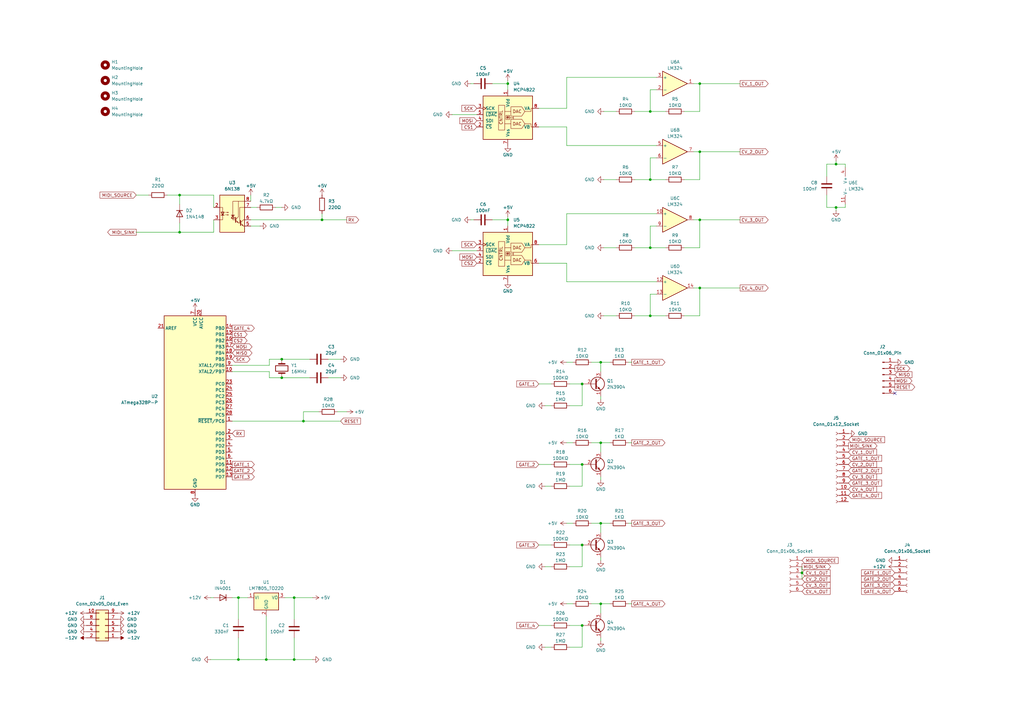
<source format=kicad_sch>
(kicad_sch (version 20231120) (generator "eeschema") (generator_version "8.0")
  (paper "A3")
  (junction (at 115.57 147.32))
  (junction (at 328.93 234.95))
  (junction (at 238.76 190.5))
  (junction (at 97.79 270.51))
  (junction (at 238.76 223.52))
  (junction (at 342.9 67.31))
  (junction (at 73.66 95.25))
  (junction (at 287.02 118.11))
  (junction (at 287.02 62.23))
  (junction (at 109.22 270.51))
  (junction (at 266.7 101.6))
  (junction (at 238.76 157.48))
  (junction (at 120.65 245.11))
  (junction (at 73.66 80.01))
  (junction (at 246.38 148.59))
  (junction (at 246.38 181.61))
  (junction (at 115.57 154.94))
  (junction (at 266.7 45.72))
  (junction (at 124.46 172.72))
  (junction (at 208.28 34.29))
  (junction (at 246.38 247.65))
  (junction (at 266.7 73.66))
  (junction (at 120.65 270.51))
  (junction (at 208.28 90.17))
  (junction (at 132.08 90.17))
  (junction (at 238.76 256.54))
  (junction (at 97.79 245.11))
  (junction (at 287.02 34.29))
  (junction (at 266.7 129.54))
  (junction (at 342.9 85.09))
  (junction (at 287.02 90.17))
  (junction (at 246.38 214.63))
  (no_connect (at 367.03 161.29))
  (wire (pts (xy 280.67 101.6) (xy 287.02 101.6)))
  (wire (pts (xy 110.49 152.4) (xy 110.49 154.94)))
  (wire (pts (xy 120.65 254) (xy 120.65 245.11)))
  (wire (pts (xy 238.76 190.5) (xy 238.76 199.39)))
  (wire (pts (xy 259.08 214.63) (xy 257.81 214.63)))
  (wire (pts (xy 242.57 214.63) (xy 246.38 214.63)))
  (wire (pts (xy 346.71 83.82) (xy 346.71 85.09)))
  (wire (pts (xy 232.41 214.63) (xy 234.95 214.63)))
  (wire (pts (xy 246.38 247.65) (xy 250.19 247.65)))
  (wire (pts (xy 185.42 46.99) (xy 195.58 46.99)))
  (wire (pts (xy 269.24 92.71) (xy 266.7 92.71)))
  (wire (pts (xy 233.68 157.48) (xy 238.76 157.48)))
  (wire (pts (xy 238.76 223.52) (xy 238.76 232.41)))
  (wire (pts (xy 232.41 31.75) (xy 269.24 31.75)))
  (wire (pts (xy 242.57 148.59) (xy 246.38 148.59)))
  (wire (pts (xy 339.09 72.39) (xy 339.09 67.31)))
  (wire (pts (xy 220.98 256.54) (xy 226.06 256.54)))
  (wire (pts (xy 232.41 87.63) (xy 269.24 87.63)))
  (wire (pts (xy 185.42 102.87) (xy 195.58 102.87)))
  (wire (pts (xy 138.43 168.91) (xy 142.24 168.91)))
  (wire (pts (xy 287.02 62.23) (xy 303.53 62.23)))
  (wire (pts (xy 124.46 172.72) (xy 95.25 172.72)))
  (wire (pts (xy 233.68 190.5) (xy 238.76 190.5)))
  (wire (pts (xy 55.88 95.25) (xy 73.66 95.25)))
  (wire (pts (xy 284.48 118.11) (xy 287.02 118.11)))
  (wire (pts (xy 246.38 181.61) (xy 246.38 185.42)))
  (wire (pts (xy 115.57 147.32) (xy 127 147.32)))
  (wire (pts (xy 208.28 88.9) (xy 208.28 90.17)))
  (wire (pts (xy 287.02 129.54) (xy 287.02 118.11)))
  (wire (pts (xy 232.41 44.45) (xy 232.41 31.75)))
  (wire (pts (xy 68.58 80.01) (xy 73.66 80.01)))
  (wire (pts (xy 247.65 73.66) (xy 252.73 73.66)))
  (wire (pts (xy 238.76 232.41) (xy 233.68 232.41)))
  (wire (pts (xy 110.49 154.94) (xy 115.57 154.94)))
  (wire (pts (xy 242.57 181.61) (xy 246.38 181.61)))
  (wire (pts (xy 328.93 237.49) (xy 328.93 234.95)))
  (wire (pts (xy 246.38 181.61) (xy 250.19 181.61)))
  (wire (pts (xy 238.76 199.39) (xy 233.68 199.39)))
  (wire (pts (xy 232.41 148.59) (xy 234.95 148.59)))
  (wire (pts (xy 266.7 45.72) (xy 273.05 45.72)))
  (wire (pts (xy 233.68 223.52) (xy 238.76 223.52)))
  (wire (pts (xy 232.41 52.07) (xy 232.41 59.69)))
  (wire (pts (xy 132.08 90.17) (xy 142.24 90.17)))
  (wire (pts (xy 102.87 92.71) (xy 106.68 92.71)))
  (wire (pts (xy 109.22 252.73) (xy 109.22 270.51)))
  (wire (pts (xy 259.08 181.61) (xy 257.81 181.61)))
  (wire (pts (xy 266.7 101.6) (xy 273.05 101.6)))
  (wire (pts (xy 339.09 85.09) (xy 342.9 85.09)))
  (wire (pts (xy 233.68 256.54) (xy 238.76 256.54)))
  (wire (pts (xy 342.9 67.31) (xy 346.71 67.31)))
  (wire (pts (xy 287.02 73.66) (xy 287.02 62.23)))
  (wire (pts (xy 220.98 107.95) (xy 232.41 107.95)))
  (wire (pts (xy 109.22 270.51) (xy 120.65 270.51)))
  (wire (pts (xy 287.02 118.11) (xy 303.53 118.11)))
  (wire (pts (xy 269.24 120.65) (xy 266.7 120.65)))
  (wire (pts (xy 259.08 148.59) (xy 257.81 148.59)))
  (wire (pts (xy 232.41 59.69) (xy 269.24 59.69)))
  (wire (pts (xy 269.24 36.83) (xy 266.7 36.83)))
  (wire (pts (xy 95.25 245.11) (xy 97.79 245.11)))
  (wire (pts (xy 139.7 172.72) (xy 124.46 172.72)))
  (wire (pts (xy 193.04 34.29) (xy 194.31 34.29)))
  (wire (pts (xy 280.67 45.72) (xy 287.02 45.72)))
  (wire (pts (xy 266.7 36.83) (xy 266.7 45.72)))
  (wire (pts (xy 86.36 245.11) (xy 87.63 245.11)))
  (wire (pts (xy 55.88 80.01) (xy 60.96 80.01)))
  (wire (pts (xy 223.52 232.41) (xy 226.06 232.41)))
  (wire (pts (xy 346.71 67.31) (xy 346.71 68.58)))
  (wire (pts (xy 246.38 195.58) (xy 246.38 196.85)))
  (wire (pts (xy 328.93 234.95) (xy 328.93 232.41)))
  (wire (pts (xy 280.67 73.66) (xy 287.02 73.66)))
  (wire (pts (xy 208.28 34.29) (xy 208.28 36.83)))
  (wire (pts (xy 223.52 265.43) (xy 226.06 265.43)))
  (wire (pts (xy 246.38 148.59) (xy 246.38 152.4)))
  (wire (pts (xy 134.62 147.32) (xy 139.7 147.32)))
  (wire (pts (xy 284.48 90.17) (xy 287.02 90.17)))
  (wire (pts (xy 120.65 245.11) (xy 128.27 245.11)))
  (wire (pts (xy 110.49 149.86) (xy 95.25 149.86)))
  (wire (pts (xy 102.87 80.01) (xy 102.87 82.55)))
  (wire (pts (xy 238.76 166.37) (xy 233.68 166.37)))
  (wire (pts (xy 220.98 223.52) (xy 226.06 223.52)))
  (wire (pts (xy 220.98 52.07) (xy 232.41 52.07)))
  (wire (pts (xy 208.28 33.02) (xy 208.28 34.29)))
  (wire (pts (xy 246.38 247.65) (xy 246.38 251.46)))
  (wire (pts (xy 247.65 101.6) (xy 252.73 101.6)))
  (wire (pts (xy 339.09 67.31) (xy 342.9 67.31)))
  (wire (pts (xy 95.25 152.4) (xy 110.49 152.4)))
  (wire (pts (xy 201.93 34.29) (xy 208.28 34.29)))
  (wire (pts (xy 238.76 157.48) (xy 238.76 166.37)))
  (wire (pts (xy 266.7 92.71) (xy 266.7 101.6)))
  (wire (pts (xy 97.79 270.51) (xy 109.22 270.51)))
  (wire (pts (xy 246.38 228.6) (xy 246.38 229.87)))
  (wire (pts (xy 284.48 34.29) (xy 287.02 34.29)))
  (wire (pts (xy 120.65 270.51) (xy 128.27 270.51)))
  (wire (pts (xy 220.98 44.45) (xy 232.41 44.45)))
  (wire (pts (xy 266.7 64.77) (xy 266.7 73.66)))
  (wire (pts (xy 284.48 62.23) (xy 287.02 62.23)))
  (wire (pts (xy 73.66 91.44) (xy 73.66 95.25)))
  (wire (pts (xy 280.67 129.54) (xy 287.02 129.54)))
  (wire (pts (xy 269.24 64.77) (xy 266.7 64.77)))
  (wire (pts (xy 242.57 247.65) (xy 246.38 247.65)))
  (wire (pts (xy 260.35 73.66) (xy 266.7 73.66)))
  (wire (pts (xy 97.79 261.62) (xy 97.79 270.51)))
  (wire (pts (xy 116.84 245.11) (xy 120.65 245.11)))
  (wire (pts (xy 287.02 45.72) (xy 287.02 34.29)))
  (wire (pts (xy 260.35 129.54) (xy 266.7 129.54)))
  (wire (pts (xy 110.49 147.32) (xy 115.57 147.32)))
  (wire (pts (xy 246.38 261.62) (xy 246.38 262.89)))
  (wire (pts (xy 220.98 157.48) (xy 226.06 157.48)))
  (wire (pts (xy 97.79 254) (xy 97.79 245.11)))
  (wire (pts (xy 120.65 261.62) (xy 120.65 270.51)))
  (wire (pts (xy 208.28 90.17) (xy 208.28 92.71)))
  (wire (pts (xy 287.02 34.29) (xy 303.53 34.29)))
  (wire (pts (xy 86.36 270.51) (xy 97.79 270.51)))
  (wire (pts (xy 339.09 80.01) (xy 339.09 85.09)))
  (wire (pts (xy 110.49 147.32) (xy 110.49 149.86)))
  (wire (pts (xy 101.6 245.11) (xy 97.79 245.11)))
  (wire (pts (xy 220.98 190.5) (xy 226.06 190.5)))
  (wire (pts (xy 232.41 100.33) (xy 232.41 87.63)))
  (wire (pts (xy 246.38 148.59) (xy 250.19 148.59)))
  (wire (pts (xy 73.66 95.25) (xy 87.63 95.25)))
  (wire (pts (xy 342.9 85.09) (xy 346.71 85.09)))
  (wire (pts (xy 132.08 87.63) (xy 132.08 90.17)))
  (wire (pts (xy 115.57 154.94) (xy 127 154.94)))
  (wire (pts (xy 223.52 199.39) (xy 226.06 199.39)))
  (wire (pts (xy 260.35 101.6) (xy 266.7 101.6)))
  (wire (pts (xy 232.41 115.57) (xy 269.24 115.57)))
  (wire (pts (xy 246.38 214.63) (xy 250.19 214.63)))
  (wire (pts (xy 246.38 214.63) (xy 246.38 218.44)))
  (wire (pts (xy 223.52 166.37) (xy 226.06 166.37)))
  (wire (pts (xy 102.87 85.09) (xy 105.41 85.09)))
  (wire (pts (xy 87.63 80.01) (xy 87.63 85.09)))
  (wire (pts (xy 124.46 168.91) (xy 130.81 168.91)))
  (wire (pts (xy 266.7 73.66) (xy 273.05 73.66)))
  (wire (pts (xy 247.65 45.72) (xy 252.73 45.72)))
  (wire (pts (xy 113.03 85.09) (xy 115.57 85.09)))
  (wire (pts (xy 73.66 80.01) (xy 73.66 83.82)))
  (wire (pts (xy 259.08 247.65) (xy 257.81 247.65)))
  (wire (pts (xy 232.41 107.95) (xy 232.41 115.57)))
  (wire (pts (xy 201.93 90.17) (xy 208.28 90.17)))
  (wire (pts (xy 260.35 45.72) (xy 266.7 45.72)))
  (wire (pts (xy 134.62 154.94) (xy 139.7 154.94)))
  (wire (pts (xy 287.02 101.6) (xy 287.02 90.17)))
  (wire (pts (xy 220.98 100.33) (xy 232.41 100.33)))
  (wire (pts (xy 73.66 80.01) (xy 87.63 80.01)))
  (wire (pts (xy 247.65 129.54) (xy 252.73 129.54)))
  (wire (pts (xy 193.04 90.17) (xy 194.31 90.17)))
  (wire (pts (xy 246.38 162.56) (xy 246.38 163.83)))
  (wire (pts (xy 102.87 90.17) (xy 132.08 90.17)))
  (wire (pts (xy 238.76 256.54) (xy 238.76 265.43)))
  (wire (pts (xy 232.41 247.65) (xy 234.95 247.65)))
  (wire (pts (xy 342.9 66.04) (xy 342.9 67.31)))
  (wire (pts (xy 287.02 90.17) (xy 303.53 90.17)))
  (wire (pts (xy 238.76 265.43) (xy 233.68 265.43)))
  (wire (pts (xy 87.63 95.25) (xy 87.63 90.17)))
  (wire (pts (xy 124.46 168.91) (xy 124.46 172.72)))
  (wire (pts (xy 342.9 86.36) (xy 342.9 85.09)))
  (wire (pts (xy 266.7 120.65) (xy 266.7 129.54)))
  (wire (pts (xy 232.41 181.61) (xy 234.95 181.61)))
  (wire (pts (xy 266.7 129.54) (xy 273.05 129.54)))
  (global_label "SCK" (shape input) (at 195.58 44.45 180) (property "Intersheetrefs" "${INTERSHEET_REFS}" (effects (hide yes))))
  (global_label "GATE_2" (shape input) (at 220.98 190.5 180) (property "Intersheetrefs" "${INTERSHEET_REFS}" (effects (hide yes))))
  (global_label "GATE_3" (shape output) (at 95.25 195.58 0) (property "Intersheetrefs" "${INTERSHEET_REFS}" (effects (hide yes))))
  (global_label "MISO" (shape bidirectional) (at 95.25 144.78 0) (property "Intersheetrefs" "${INTERSHEET_REFS}" (effects (hide yes))))
  (global_label "MIDI_SOURCE" (shape input) (at 328.93 229.87 0) (property "Intersheetrefs" "${INTERSHEET_REFS}" (effects (hide yes))))
  (global_label "CV_2_OUT" (shape input) (at 328.93 237.49 0) (property "Intersheetrefs" "${INTERSHEET_REFS}" (effects (hide yes))))
  (global_label "CV_4_OUT" (shape input) (at 347.98 200.66 0) (property "Intersheetrefs" "${INTERSHEET_REFS}" (effects (hide yes))))
  (global_label "GATE_4_OUT" (shape input) (at 367.03 242.57 180) (property "Intersheetrefs" "${INTERSHEET_REFS}" (effects (hide yes))))
  (global_label "GATE_1" (shape input) (at 220.98 157.48 180) (property "Intersheetrefs" "${INTERSHEET_REFS}" (effects (hide yes))))
  (global_label "GATE_4_OUT" (shape output) (at 259.08 247.65 0) (property "Intersheetrefs" "${INTERSHEET_REFS}" (effects (hide yes))))
  (global_label "CS2" (shape output) (at 95.25 139.7 0) (property "Intersheetrefs" "${INTERSHEET_REFS}" (effects (hide yes))))
  (global_label "GATE_3_OUT" (shape input) (at 347.98 198.12 0) (property "Intersheetrefs" "${INTERSHEET_REFS}" (effects (hide yes))))
  (global_label "GATE_1" (shape output) (at 95.25 190.5 0) (property "Intersheetrefs" "${INTERSHEET_REFS}" (effects (hide yes))))
  (global_label "SCK" (shape input) (at 195.58 100.33 180) (property "Intersheetrefs" "${INTERSHEET_REFS}" (effects (hide yes))))
  (global_label "GATE_2_OUT" (shape output) (at 259.08 181.61 0) (property "Intersheetrefs" "${INTERSHEET_REFS}" (effects (hide yes))))
  (global_label "CV_3_OUT" (shape input) (at 347.98 195.58 0) (property "Intersheetrefs" "${INTERSHEET_REFS}" (effects (hide yes))))
  (global_label "MIDI_SINK" (shape output) (at 55.88 95.25 180) (property "Intersheetrefs" "${INTERSHEET_REFS}" (effects (hide yes))))
  (global_label "GATE_4" (shape output) (at 95.25 134.62 0) (property "Intersheetrefs" "${INTERSHEET_REFS}" (effects (hide yes))))
  (global_label "RESET" (shape output) (at 367.03 158.75 0) (property "Intersheetrefs" "${INTERSHEET_REFS}" (effects (hide yes))))
  (global_label "MIDI_SINK" (shape output) (at 347.98 182.88 0) (property "Intersheetrefs" "${INTERSHEET_REFS}" (effects (hide yes))))
  (global_label "MOSI" (shape input) (at 195.58 49.53 180) (property "Intersheetrefs" "${INTERSHEET_REFS}" (effects (hide yes))))
  (global_label "CS1" (shape output) (at 95.25 137.16 0) (property "Intersheetrefs" "${INTERSHEET_REFS}" (effects (hide yes))))
  (global_label "GATE_1_OUT" (shape input) (at 347.98 187.96 0) (property "Intersheetrefs" "${INTERSHEET_REFS}" (effects (hide yes))))
  (global_label "CV_2_OUT" (shape input) (at 347.98 190.5 0) (property "Intersheetrefs" "${INTERSHEET_REFS}" (effects (hide yes))))
  (global_label "GATE_2_OUT" (shape input) (at 367.03 237.49 180) (property "Intersheetrefs" "${INTERSHEET_REFS}" (effects (hide yes))))
  (global_label "RX" (shape input) (at 95.25 177.8 0) (property "Intersheetrefs" "${INTERSHEET_REFS}" (effects (hide yes))))
  (global_label "CV_4_OUT" (shape input) (at 328.93 242.57 0) (property "Intersheetrefs" "${INTERSHEET_REFS}" (effects (hide yes))))
  (global_label "GATE_2" (shape output) (at 95.25 193.04 0) (property "Intersheetrefs" "${INTERSHEET_REFS}" (effects (hide yes))))
  (global_label "GATE_3_OUT" (shape input) (at 367.03 240.03 180) (property "Intersheetrefs" "${INTERSHEET_REFS}" (effects (hide yes))))
  (global_label "CS1" (shape input) (at 195.58 52.07 180) (property "Intersheetrefs" "${INTERSHEET_REFS}" (effects (hide yes))))
  (global_label "MISO" (shape input) (at 367.03 153.67 0) (property "Intersheetrefs" "${INTERSHEET_REFS}" (effects (hide yes))))
  (global_label "CV_4_OUT" (shape output) (at 303.53 118.11 0) (property "Intersheetrefs" "${INTERSHEET_REFS}" (effects (hide yes))))
  (global_label "MIDI_SOURCE" (shape input) (at 55.88 80.01 180) (property "Intersheetrefs" "${INTERSHEET_REFS}" (effects (hide yes))))
  (global_label "CV_1_OUT" (shape output) (at 303.53 34.29 0) (property "Intersheetrefs" "${INTERSHEET_REFS}" (effects (hide yes))))
  (global_label "GATE_2_OUT" (shape input) (at 347.98 193.04 0) (property "Intersheetrefs" "${INTERSHEET_REFS}" (effects (hide yes))))
  (global_label "CV_3_OUT" (shape output) (at 303.53 90.17 0) (property "Intersheetrefs" "${INTERSHEET_REFS}" (effects (hide yes))))
  (global_label "CV_1_OUT" (shape input) (at 347.98 185.42 0) (property "Intersheetrefs" "${INTERSHEET_REFS}" (effects (hide yes))))
  (global_label "MOSI" (shape bidirectional) (at 95.25 142.24 0) (property "Intersheetrefs" "${INTERSHEET_REFS}" (effects (hide yes))))
  (global_label "MIDI_SINK" (shape output) (at 328.93 232.41 0) (property "Intersheetrefs" "${INTERSHEET_REFS}" (effects (hide yes))))
  (global_label "MIDI_SOURCE" (shape input) (at 347.98 180.34 0) (property "Intersheetrefs" "${INTERSHEET_REFS}" (effects (hide yes))))
  (global_label "MOSI" (shape output) (at 367.03 156.21 0) (property "Intersheetrefs" "${INTERSHEET_REFS}" (effects (hide yes))))
  (global_label "CV_1_OUT" (shape input) (at 328.93 234.95 0) (property "Intersheetrefs" "${INTERSHEET_REFS}" (effects (hide yes))))
  (global_label "RESET" (shape input) (at 139.7 172.72 0) (property "Intersheetrefs" "${INTERSHEET_REFS}" (effects (hide yes))))
  (global_label "GATE_1_OUT" (shape output) (at 259.08 148.59 0) (property "Intersheetrefs" "${INTERSHEET_REFS}" (effects (hide yes))))
  (global_label "GATE_1_OUT" (shape input) (at 367.03 234.95 180) (property "Intersheetrefs" "${INTERSHEET_REFS}" (effects (hide yes))))
  (global_label "SCK" (shape output) (at 367.03 151.13 0) (property "Intersheetrefs" "${INTERSHEET_REFS}" (effects (hide yes))))
  (global_label "RX" (shape output) (at 142.24 90.17 0) (property "Intersheetrefs" "${INTERSHEET_REFS}" (effects (hide yes))))
  (global_label "MOSI" (shape input) (at 195.58 105.41 180) (property "Intersheetrefs" "${INTERSHEET_REFS}" (effects (hide yes))))
  (global_label "SCK" (shape bidirectional) (at 95.25 147.32 0) (property "Intersheetrefs" "${INTERSHEET_REFS}" (effects (hide yes))))
  (global_label "CV_3_OUT" (shape input) (at 328.93 240.03 0) (property "Intersheetrefs" "${INTERSHEET_REFS}" (effects (hide yes))))
  (global_label "GATE_4_OUT" (shape input) (at 347.98 203.2 0) (property "Intersheetrefs" "${INTERSHEET_REFS}" (effects (hide yes))))
  (global_label "CV_2_OUT" (shape output) (at 303.53 62.23 0) (property "Intersheetrefs" "${INTERSHEET_REFS}" (effects (hide yes))))
  (global_label "GATE_3_OUT" (shape output) (at 259.08 214.63 0) (property "Intersheetrefs" "${INTERSHEET_REFS}" (effects (hide yes))))
  (global_label "GATE_3" (shape input) (at 220.98 223.52 180) (property "Intersheetrefs" "${INTERSHEET_REFS}" (effects (hide yes))))
  (global_label "GATE_4" (shape input) (at 220.98 256.54 180) (property "Intersheetrefs" "${INTERSHEET_REFS}" (effects (hide yes))))
  (global_label "CS2" (shape input) (at 195.58 107.95 180) (property "Intersheetrefs" "${INTERSHEET_REFS}" (effects (hide yes))))
  (symbol (lib_id "Device:R") (at 229.87 232.41 90) (unit 1)
    (property "Reference" "R23" (at 229.87 227.33 90))
    (property "Value" "1MΩ" (at 229.87 229.87 90))
    (property "Footprint" "Resistor_THT:R_Axial_DIN0207_L6.3mm_D2.5mm_P10.16mm_Horizontal" (effects (hide yes)))
  )
  (symbol (lib_id "power:GND") (at 80.01 203.2 0) (unit 1)
    (property "Reference" "#PWR09" (effects (hide yes)))
    (property "Value" "GND" (at 80.01 207.01 0))
  )
  (symbol (lib_id "power:GND") (at 247.65 45.72 270) (unit 1)
    (property "Reference" "#PWR028" (effects (hide yes)))
    (property "Value" "GND" (at 243.84 45.72 90) (effects (justify right)))
  )
  (symbol (lib_id "power:+12V") (at 48.26 251.46 270) (unit 1)
    (property "Reference" "#PWR042" (effects (hide yes)))
    (property "Value" "+12V" (at 52.07 251.4599 90) (effects (justify left)))
    (property "Description" "Power symbol creates a global label with name \"+12V\"" (effects (hide yes)))
  )
  (symbol (lib_id "Analog_DAC:MCP4822") (at 208.28 102.87 0) (unit 1)
    (property "Reference" "U5" (at 210.4741 90.17 0) (effects (justify left)))
    (property "Value" "MCP4822" (at 210.4741 92.71 0) (effects (justify left)))
    (property "Footprint" "Package_DIP:DIP-8_W7.62mm_Socket" (effects (hide yes)))
    (property "Datasheet" "http://ww1.microchip.com/downloads/en/DeviceDoc/20002249B.pdf" (effects (hide yes)))
    (property "Description" "2-Channel 12-Bit D/A Converters with SPI Interface and Internal Reference (2.048V)" (effects (hide yes)))
  )
  (symbol (lib_id "power:+5V") (at 342.9 66.04 0) (unit 1)
    (property "Reference" "#PWR053" (effects (hide yes)))
    (property "Value" "+5V" (at 342.9 62.23 0))
    (property "Description" "Power symbol creates a global label with name \"+5V\"" (effects (hide yes)))
  )
  (symbol (lib_id "Mechanical:MountingHole") (at 43.18 26.67 0) (unit 1)
    (property "Reference" "H1" (at 45.72 25.3999 0) (effects (justify left)))
    (property "Value" "MountingHole" (at 45.72 27.9399 0) (effects (justify left)))
    (property "Footprint" "MountingHole:MountingHole_2.2mm_M2_Pad" (effects (hide yes)))
    (property "Description" "Mounting Hole without connection" (effects (hide yes)))
  )
  (symbol (lib_id "Transistor_BJT:2N3904") (at 243.84 157.48 0) (unit 1)
    (property "Reference" "Q1" (at 248.92 156.2099 0) (effects (justify left)))
    (property "Value" "2N3904" (at 248.92 158.7499 0) (effects (justify left)))
    (property "Footprint" "Package_TO_SOT_THT:TO-92_Inline" (effects (hide yes)))
    (property "Datasheet" "https://www.onsemi.com/pub/Collateral/2N3903-D.PDF" (effects (hide yes)))
    (property "Description" "0.2A Ic, 40V Vce, Small Signal NPN Transistor, TO-92" (effects (hide yes)))
  )
  (symbol (lib_id "Analog_DAC:MCP4822") (at 208.28 46.99 0) (unit 1)
    (property "Reference" "U4" (at 210.4741 34.29 0) (effects (justify left)))
    (property "Value" "MCP4822" (at 210.4741 36.83 0) (effects (justify left)))
    (property "Footprint" "Package_DIP:DIP-8_W7.62mm_Socket" (effects (hide yes)))
    (property "Datasheet" "http://ww1.microchip.com/downloads/en/DeviceDoc/20002249B.pdf" (effects (hide yes)))
    (property "Description" "2-Channel 12-Bit D/A Converters with SPI Interface and Internal Reference (2.048V)" (effects (hide yes)))
  )
  (symbol (lib_id "Device:R") (at 229.87 199.39 90) (unit 1)
    (property "Reference" "R19" (at 229.87 194.31 90))
    (property "Value" "1MΩ" (at 229.87 196.85 90))
    (property "Footprint" "Resistor_THT:R_Axial_DIN0207_L6.3mm_D2.5mm_P10.16mm_Horizontal" (effects (hide yes)))
  )
  (symbol (lib_id "power:GND") (at 139.7 147.32 90) (unit 1)
    (property "Reference" "#PWR05" (effects (hide yes)))
    (property "Value" "GND" (at 143.51 147.32 90) (effects (justify right)))
  )
  (symbol (lib_id "Device:R") (at 256.54 129.54 90) (unit 1)
    (property "Reference" "R10" (at 256.54 124.46 90))
    (property "Value" "10KΩ" (at 256.54 127 90))
    (property "Footprint" "Resistor_THT:R_Axial_DIN0207_L6.3mm_D2.5mm_P10.16mm_Horizontal" (effects (hide yes)))
  )
  (symbol (lib_id "power:GND") (at 35.56 256.54 270) (unit 1)
    (property "Reference" "#PWR048" (effects (hide yes)))
    (property "Value" "GND" (at 31.75 256.54 90) (effects (justify right)))
  )
  (symbol (lib_id "Device:C") (at 97.79 257.81 0) (unit 1)
    (property "Reference" "C1" (at 93.98 256.54 0) (effects (justify right)))
    (property "Value" "330nF" (at 93.98 259.08 0) (effects (justify right)))
    (property "Footprint" "Capacitor_THT:C_Disc_D5.0mm_W2.5mm_P5.00mm" (effects (hide yes)))
  )
  (symbol (lib_id "Device:R") (at 276.86 129.54 90) (unit 1)
    (property "Reference" "R11" (at 276.86 124.46 90))
    (property "Value" "10KΩ" (at 276.86 127 90))
    (property "Footprint" "Resistor_THT:R_Axial_DIN0207_L6.3mm_D2.5mm_P10.16mm_Horizontal" (effects (hide yes)))
  )
  (symbol (lib_id "power:GND") (at 342.9 86.36 0) (mirror y) (unit 1)
    (property "Reference" "#PWR020" (effects (hide yes)))
    (property "Value" "GND" (at 342.9 90.17 0))
  )
  (symbol (lib_id "Device:R") (at 238.76 148.59 90) (unit 1)
    (property "Reference" "R12" (at 238.76 143.51 90))
    (property "Value" "10KΩ" (at 238.76 146.05 90))
    (property "Footprint" "Resistor_THT:R_Axial_DIN0207_L6.3mm_D2.5mm_P10.16mm_Horizontal" (effects (hide yes)))
  )
  (symbol (lib_id "power:GND") (at 139.7 154.94 90) (unit 1)
    (property "Reference" "#PWR08" (effects (hide yes)))
    (property "Value" "GND" (at 143.51 154.94 90) (effects (justify right)))
  )
  (symbol (lib_id "Transistor_BJT:2N3904") (at 243.84 190.5 0) (unit 1)
    (property "Reference" "Q2" (at 248.92 189.2299 0) (effects (justify left)))
    (property "Value" "2N3904" (at 248.92 191.7699 0) (effects (justify left)))
    (property "Footprint" "Package_TO_SOT_THT:TO-92_Inline" (effects (hide yes)))
    (property "Datasheet" "https://www.onsemi.com/pub/Collateral/2N3903-D.PDF" (effects (hide yes)))
    (property "Description" "0.2A Ic, 40V Vce, Small Signal NPN Transistor, TO-92" (effects (hide yes)))
  )
  (symbol (lib_id "power:+5V") (at 232.41 148.59 90) (unit 1)
    (property "Reference" "#PWR024" (effects (hide yes)))
    (property "Value" "+5V" (at 228.6 148.59 90) (effects (justify left)))
    (property "Description" "Power symbol creates a global label with name \"+5V\"" (effects (hide yes)))
  )
  (symbol (lib_id "Device:D") (at 91.44 245.11 180) (unit 1)
    (property "Reference" "D1" (at 91.44 238.76 0))
    (property "Value" "IN4001" (at 91.44 241.3 0))
    (property "Footprint" "Diode_THT:D_DO-35_SOD27_P7.62mm_Horizontal" (effects (hide yes)))
    (property "Description" "Diode" (effects (hide yes)))
    (property "Sim.Device" "D" (effects (hide yes)))
    (property "Sim.Pins" "1=K 2=A" (effects (hide yes)))
  )
  (symbol (lib_id "power:GND") (at 35.56 259.08 270) (unit 1)
    (property "Reference" "#PWR050" (effects (hide yes)))
    (property "Value" "GND" (at 31.75 259.08 90) (effects (justify right)))
  )
  (symbol (lib_id "Device:C") (at 120.65 257.81 0) (unit 1)
    (property "Reference" "C2" (at 116.84 256.54 0) (effects (justify right)))
    (property "Value" "100nF" (at 116.84 259.08 0) (effects (justify right)))
    (property "Footprint" "Capacitor_THT:C_Disc_D5.0mm_W2.5mm_P5.00mm" (effects (hide yes)))
  )
  (symbol (lib_id "power:GND") (at 106.68 92.71 90) (unit 1)
    (property "Reference" "#PWR02" (effects (hide yes)))
    (property "Value" "GND" (at 110.49 92.7099 90) (effects (justify right)))
    (property "Description" "Power symbol creates a global label with name \"GND\" , ground" (effects (hide yes)))
  )
  (symbol (lib_id "power:GND") (at 185.42 46.99 270) (unit 1)
    (property "Reference" "#PWR017" (effects (hide yes)))
    (property "Value" "GND" (at 181.61 46.99 90) (effects (justify right)))
  )
  (symbol (lib_id "power:GND") (at 193.04 90.17 270) (unit 1)
    (property "Reference" "#PWR014" (effects (hide yes)))
    (property "Value" "GND" (at 189.23 90.17 90) (effects (justify right)))
  )
  (symbol (lib_id "Amplifier_Operational:LM324") (at 276.86 34.29 0) (unit 1)
    (property "Reference" "U6" (at 276.86 25.4 0))
    (property "Value" "LM324" (at 276.86 27.94 0))
    (property "Footprint" "Package_DIP:DIP-14_W7.62mm_Socket" (effects (hide yes)))
    (property "Datasheet" "http://www.ti.com/lit/ds/symlink/lm2902-n.pdf" (effects (hide yes)))
    (property "Description" "Low-Power, Quad-Operational Amplifiers, DIP-14/SOIC-14/SSOP-14" (effects (hide yes)))
  )
  (symbol (lib_id "Connector:Conn_01x12_Socket") (at 342.9 190.5 0) (mirror y) (unit 1)
    (property "Reference" "J5" (at 342.9 171.45 0))
    (property "Value" "Conn_01x12_Socket" (at 342.9 173.99 0))
    (property "Footprint" "Connector_PinSocket_2.54mm:PinSocket_1x12_P2.54mm_Vertical" (effects (hide yes)))
    (property "Description" "Generic connector, single row, 01x12, script generated" (effects (hide yes)))
  )
  (symbol (lib_id "Device:R") (at 276.86 101.6 90) (unit 1)
    (property "Reference" "R9" (at 276.86 96.52 90))
    (property "Value" "10KΩ" (at 276.86 99.06 90))
    (property "Footprint" "Resistor_THT:R_Axial_DIN0207_L6.3mm_D2.5mm_P10.16mm_Horizontal" (effects (hide yes)))
  )
  (symbol (lib_id "power:GND") (at 247.65 101.6 270) (unit 1)
    (property "Reference" "#PWR026" (effects (hide yes)))
    (property "Value" "GND" (at 243.84 101.6 90) (effects (justify right)))
  )
  (symbol (lib_id "Connector_Generic:Conn_02x05_Odd_Even") (at 43.18 256.54 180) (unit 1)
    (property "Reference" "J1" (at 41.91 245.11 0))
    (property "Value" "Conn_02x05_Odd_Even" (at 41.91 247.65 0))
    (property "Footprint" "Connector_IDC:IDC-Header_2x05_P2.54mm_Vertical" (effects (hide yes)))
    (property "Description" "Generic connector, double row, 02x05, odd/even pin numbering scheme (row 1 odd numbers, row 2 even numbers), script generated (kicad-library-utils/schlib/autogen/connector/)" (effects (hide yes)))
  )
  (symbol (lib_id "Isolator:6N138") (at 95.25 87.63 0) (unit 1)
    (property "Reference" "U3" (at 95.25 74.93 0))
    (property "Value" "6N138" (at 95.25 77.47 0))
    (property "Footprint" "Package_DIP:DIP-8_W7.62mm_Socket" (effects (hide yes)))
    (property "Datasheet" "http://www.onsemi.com/pub/Collateral/HCPL2731-D.pdf" (effects (hide yes)))
    (property "Description" "Low Input Current high Gain Split Darlington Optocouplers, -0.5V to 7V VDD, DIP-8" (effects (hide yes)))
  )
  (symbol (lib_id "power:GND") (at 367.03 229.87 270) (mirror x) (unit 1)
    (property "Reference" "#PWR023" (effects (hide yes)))
    (property "Value" "GND" (at 363.22 229.87 90) (effects (justify right)))
  )
  (symbol (lib_id "Amplifier_Operational:LM324") (at 349.25 76.2 0) (unit 5)
    (property "Reference" "U6" (at 347.98 74.9299 0) (effects (justify left)))
    (property "Value" "LM324" (at 347.98 77.4699 0) (effects (justify left)))
    (property "Footprint" "Package_DIP:DIP-14_W7.62mm_Socket" (effects (hide yes)))
    (property "Datasheet" "http://www.ti.com/lit/ds/symlink/lm2902-n.pdf" (effects (hide yes)))
    (property "Description" "Low-Power, Quad-Operational Amplifiers, DIP-14/SOIC-14/SSOP-14" (effects (hide yes)))
  )
  (symbol (lib_id "Mechanical:MountingHole") (at 43.18 45.72 0) (unit 1)
    (property "Reference" "H4" (at 45.72 44.4499 0) (effects (justify left)))
    (property "Value" "MountingHole" (at 45.72 46.9899 0) (effects (justify left)))
    (property "Footprint" "MountingHole:MountingHole_2.2mm_M2_Pad" (effects (hide yes)))
    (property "Description" "Mounting Hole without connection" (effects (hide yes)))
  )
  (symbol (lib_id "Device:R") (at 132.08 83.82 0) (unit 1)
    (property "Reference" "R3" (at 134.62 82.5499 0) (effects (justify left)))
    (property "Value" "220Ω" (at 134.62 85.0899 0) (effects (justify left)))
    (property "Footprint" "Resistor_THT:R_Axial_DIN0207_L6.3mm_D2.5mm_P7.62mm_Horizontal" (effects (hide yes)))
  )
  (symbol (lib_id "power:GND") (at 246.38 229.87 0) (mirror y) (unit 1)
    (property "Reference" "#PWR035" (effects (hide yes)))
    (property "Value" "GND" (at 246.38 233.68 0))
  )
  (symbol (lib_id "Device:R") (at 256.54 45.72 90) (unit 1)
    (property "Reference" "R4" (at 256.54 40.64 90))
    (property "Value" "10KΩ" (at 256.54 43.18 90))
    (property "Footprint" "Resistor_THT:R_Axial_DIN0207_L6.3mm_D2.5mm_P10.16mm_Horizontal" (effects (hide yes)))
  )
  (symbol (lib_id "Device:R") (at 229.87 166.37 90) (unit 1)
    (property "Reference" "R15" (at 229.87 161.29 90))
    (property "Value" "1MΩ" (at 229.87 163.83 90))
    (property "Footprint" "Resistor_THT:R_Axial_DIN0207_L6.3mm_D2.5mm_P10.16mm_Horizontal" (effects (hide yes)))
  )
  (symbol (lib_id "Device:R") (at 238.76 247.65 90) (unit 1)
    (property "Reference" "R24" (at 238.76 242.57 90))
    (property "Value" "10KΩ" (at 238.76 245.11 90))
    (property "Footprint" "Resistor_THT:R_Axial_DIN0207_L6.3mm_D2.5mm_P10.16mm_Horizontal" (effects (hide yes)))
  )
  (symbol (lib_id "Connector:Conn_01x06_Socket") (at 372.11 234.95 0) (unit 1)
    (property "Reference" "J4" (at 372.11 223.52 0))
    (property "Value" "Conn_01x06_Socket" (at 372.11 226.06 0))
    (property "Footprint" "Connector_PinSocket_2.54mm:PinSocket_1x06_P2.54mm_Vertical" (effects (hide yes)))
    (property "Description" "Generic connector, single row, 01x06, script generated" (effects (hide yes)))
  )
  (symbol (lib_id "power:-12V") (at 48.26 261.62 270) (unit 1)
    (property "Reference" "#PWR044" (effects (hide yes)))
    (property "Value" "-12V" (at 52.07 261.6199 90) (effects (justify left)))
    (property "Description" "Power symbol creates a global label with name \"-12V\"" (effects (hide yes)))
  )
  (symbol (lib_id "power:+5V") (at 102.87 80.01 0) (unit 1)
    (property "Reference" "#PWR01" (effects (hide yes)))
    (property "Value" "+5V" (at 102.87 76.2 0))
    (property "Description" "Power symbol creates a global label with name \"+5V\"" (effects (hide yes)))
  )
  (symbol (lib_id "power:GND") (at 247.65 129.54 270) (unit 1)
    (property "Reference" "#PWR025" (effects (hide yes)))
    (property "Value" "GND" (at 243.84 129.54 90) (effects (justify right)))
  )
  (symbol (lib_id "Amplifier_Operational:LM324") (at 276.86 62.23 0) (unit 2)
    (property "Reference" "U6" (at 276.86 53.34 0))
    (property "Value" "LM324" (at 276.86 55.88 0))
    (property "Footprint" "Package_DIP:DIP-14_W7.62mm_Socket" (effects (hide yes)))
    (property "Datasheet" "http://www.ti.com/lit/ds/symlink/lm2902-n.pdf" (effects (hide yes)))
    (property "Description" "Low-Power, Quad-Operational Amplifiers, DIP-14/SOIC-14/SSOP-14" (effects (hide yes)))
  )
  (symbol (lib_id "Device:C") (at 130.81 154.94 90) (unit 1)
    (property "Reference" "C4" (at 135.89 149.86 90))
    (property "Value" "20pF" (at 135.89 152.4 90))
    (property "Footprint" "Capacitor_THT:C_Disc_D3.0mm_W1.6mm_P2.50mm" (effects (hide yes)))
    (property "Description" "Unpolarized capacitor" (effects (hide yes)))
  )
  (symbol (lib_id "power:+5V") (at 142.24 168.91 270) (unit 1)
    (property "Reference" "#PWR039" (effects (hide yes)))
    (property "Value" "+5V" (at 147.32 168.91 90))
    (property "Description" "Power symbol creates a global label with name \"+5V\"" (effects (hide yes)))
  )
  (symbol (lib_id "power:GND") (at 246.38 163.83 0) (mirror y) (unit 1)
    (property "Reference" "#PWR022" (effects (hide yes)))
    (property "Value" "GND" (at 246.38 167.64 0))
  )
  (symbol (lib_id "power:-12V") (at 35.56 261.62 90) (unit 1)
    (property "Reference" "#PWR043" (effects (hide yes)))
    (property "Value" "-12V" (at 31.75 261.6199 90) (effects (justify left)))
    (property "Description" "Power symbol creates a global label with name \"-12V\"" (effects (hide yes)))
  )
  (symbol (lib_id "Device:R") (at 229.87 256.54 90) (unit 1)
    (property "Reference" "R26" (at 229.87 251.46 90))
    (property "Value" "100KΩ" (at 229.87 254 90))
    (property "Footprint" "Resistor_THT:R_Axial_DIN0207_L6.3mm_D2.5mm_P10.16mm_Horizontal" (effects (hide yes)))
  )
  (symbol (lib_id "Device:R") (at 238.76 181.61 90) (unit 1)
    (property "Reference" "R16" (at 238.76 176.53 90))
    (property "Value" "10KΩ" (at 238.76 179.07 90))
    (property "Footprint" "Resistor_THT:R_Axial_DIN0207_L6.3mm_D2.5mm_P10.16mm_Horizontal" (effects (hide yes)))
  )
  (symbol (lib_id "power:GND") (at 48.26 259.08 90) (unit 1)
    (property "Reference" "#PWR045" (effects (hide yes)))
    (property "Value" "GND" (at 52.07 259.08 90) (effects (justify right)))
  )
  (symbol (lib_id "power:GND") (at 246.38 196.85 0) (mirror y) (unit 1)
    (property "Reference" "#PWR032" (effects (hide yes)))
    (property "Value" "GND" (at 246.38 200.66 0))
  )
  (symbol (lib_id "Device:R") (at 64.77 80.01 270) (unit 1)
    (property "Reference" "R1" (at 64.77 73.66 90))
    (property "Value" "220Ω" (at 64.77 76.2 90))
    (property "Footprint" "Resistor_THT:R_Axial_DIN0207_L6.3mm_D2.5mm_P7.62mm_Horizontal" (effects (hide yes)))
  )
  (symbol (lib_id "power:GND") (at 208.28 115.57 0) (unit 1)
    (property "Reference" "#PWR018" (effects (hide yes)))
    (property "Value" "GND" (at 208.28 119.38 0))
  )
  (symbol (lib_id "power:GND") (at 223.52 265.43 270) (mirror x) (unit 1)
    (property "Reference" "#PWR036" (effects (hide yes)))
    (property "Value" "GND" (at 219.71 265.43 90) (effects (justify right)))
  )
  (symbol (lib_id "Device:R") (at 254 247.65 90) (unit 1)
    (property "Reference" "R25" (at 254 242.57 90))
    (property "Value" "1KΩ" (at 254 245.11 90))
    (property "Footprint" "Resistor_THT:R_Axial_DIN0207_L6.3mm_D2.5mm_P10.16mm_Horizontal" (effects (hide yes)))
  )
  (symbol (lib_id "Device:R") (at 254 181.61 90) (unit 1)
    (property "Reference" "R17" (at 254 176.53 90))
    (property "Value" "1KΩ" (at 254 179.07 90))
    (property "Footprint" "Resistor_THT:R_Axial_DIN0207_L6.3mm_D2.5mm_P10.16mm_Horizontal" (effects (hide yes)))
  )
  (symbol (lib_id "Device:C") (at 198.12 34.29 90) (unit 1)
    (property "Reference" "C5" (at 198.12 27.94 90))
    (property "Value" "100nF" (at 198.12 30.48 90))
    (property "Footprint" "Capacitor_THT:C_Disc_D4.3mm_W1.9mm_P5.00mm" (effects (hide yes)))
    (property "Description" "Unpolarized capacitor" (effects (hide yes)))
  )
  (symbol (lib_id "Device:R") (at 229.87 223.52 90) (unit 1)
    (property "Reference" "R22" (at 229.87 218.44 90))
    (property "Value" "100KΩ" (at 229.87 220.98 90))
    (property "Footprint" "Resistor_THT:R_Axial_DIN0207_L6.3mm_D2.5mm_P10.16mm_Horizontal" (effects (hide yes)))
  )
  (symbol (lib_id "Device:C") (at 339.09 76.2 0) (unit 1)
    (property "Reference" "C8" (at 335.28 74.93 0) (effects (justify right)))
    (property "Value" "100nF" (at 335.28 77.47 0) (effects (justify right)))
    (property "Footprint" "Capacitor_THT:C_Disc_D5.0mm_W2.5mm_P5.00mm" (effects (hide yes)))
  )
  (symbol (lib_id "Device:R") (at 109.22 85.09 270) (unit 1)
    (property "Reference" "R2" (at 109.22 80.01 90))
    (property "Value" "4.7kΩ" (at 109.22 82.55 90))
    (property "Footprint" "Resistor_THT:R_Axial_DIN0207_L6.3mm_D2.5mm_P7.62mm_Horizontal" (effects (hide yes)))
  )
  (symbol (lib_id "power:GND") (at 246.38 262.89 0) (mirror y) (unit 1)
    (property "Reference" "#PWR038" (effects (hide yes)))
    (property "Value" "GND" (at 246.38 266.7 0))
  )
  (symbol (lib_id "Transistor_BJT:2N3904") (at 243.84 256.54 0) (unit 1)
    (property "Reference" "Q4" (at 248.92 255.2699 0) (effects (justify left)))
    (property "Value" "2N3904" (at 248.92 257.8099 0) (effects (justify left)))
    (property "Footprint" "Package_TO_SOT_THT:TO-92_Inline" (effects (hide yes)))
    (property "Datasheet" "https://www.onsemi.com/pub/Collateral/2N3903-D.PDF" (effects (hide yes)))
    (property "Description" "0.2A Ic, 40V Vce, Small Signal NPN Transistor, TO-92" (effects (hide yes)))
  )
  (symbol (lib_id "Regulator_Linear:LM7805_TO220") (at 109.22 245.11 0) (unit 1)
    (property "Reference" "U1" (at 109.22 238.76 0))
    (property "Value" "LM7805_TO220" (at 109.22 241.3 0))
    (property "Footprint" "Package_TO_SOT_THT:TO-220-3_Horizontal_TabUp" (effects (hide yes)))
    (property "Datasheet" "https://www.onsemi.cn/PowerSolutions/document/MC7800-D.PDF" (effects (hide yes)))
    (property "Description" "Positive 1A 35V Linear Regulator, Fixed Output 5V, TO-220" (effects (hide yes)))
  )
  (symbol (lib_id "power:GND") (at 35.56 254 270) (unit 1)
    (property "Reference" "#PWR049" (effects (hide yes)))
    (property "Value" "GND" (at 31.75 254 90) (effects (justify right)))
  )
  (symbol (lib_id "power:GND") (at 223.52 232.41 270) (mirror x) (unit 1)
    (property "Reference" "#PWR033" (effects (hide yes)))
    (property "Value" "GND" (at 219.71 232.41 90) (effects (justify right)))
  )
  (symbol (lib_id "Device:R") (at 256.54 101.6 90) (unit 1)
    (property "Reference" "R8" (at 256.54 96.52 90))
    (property "Value" "10KΩ" (at 256.54 99.06 90))
    (property "Footprint" "Resistor_THT:R_Axial_DIN0207_L6.3mm_D2.5mm_P10.16mm_Horizontal" (effects (hide yes)))
  )
  (symbol (lib_id "Device:R") (at 276.86 45.72 90) (unit 1)
    (property "Reference" "R5" (at 276.86 40.64 90))
    (property "Value" "10KΩ" (at 276.86 43.18 90))
    (property "Footprint" "Resistor_THT:R_Axial_DIN0207_L6.3mm_D2.5mm_P10.16mm_Horizontal" (effects (hide yes)))
  )
  (symbol (lib_id "Device:R") (at 229.87 190.5 90) (unit 1)
    (property "Reference" "R18" (at 229.87 185.42 90))
    (property "Value" "100KΩ" (at 229.87 187.96 90))
    (property "Footprint" "Resistor_THT:R_Axial_DIN0207_L6.3mm_D2.5mm_P10.16mm_Horizontal" (effects (hide yes)))
  )
  (symbol (lib_id "power:GND") (at 185.42 102.87 270) (unit 1)
    (property "Reference" "#PWR016" (effects (hide yes)))
    (property "Value" "GND" (at 181.61 102.87 90) (effects (justify right)))
  )
  (symbol (lib_id "Device:R") (at 134.62 168.91 90) (unit 1)
    (property "Reference" "R28" (at 134.62 163.83 90))
    (property "Value" "10KΩ" (at 134.62 166.37 90))
    (property "Footprint" "Resistor_THT:R_Axial_DIN0207_L6.3mm_D2.5mm_P10.16mm_Horizontal" (effects (hide yes)))
  )
  (symbol (lib_id "Mechanical:MountingHole") (at 43.18 33.02 0) (unit 1)
    (property "Reference" "H2" (at 45.72 31.7499 0) (effects (justify left)))
    (property "Value" "MountingHole" (at 45.72 34.2899 0) (effects (justify left)))
    (property "Footprint" "MountingHole:MountingHole_2.2mm_M2_Pad" (effects (hide yes)))
    (property "Description" "Mounting Hole without connection" (effects (hide yes)))
  )
  (symbol (lib_id "power:+5V") (at 232.41 247.65 90) (unit 1)
    (property "Reference" "#PWR037" (effects (hide yes)))
    (property "Value" "+5V" (at 228.6 247.65 90) (effects (justify left)))
    (property "Description" "Power symbol creates a global label with name \"+5V\"" (effects (hide yes)))
  )
  (symbol (lib_id "Device:R") (at 229.87 157.48 90) (unit 1)
    (property "Reference" "R14" (at 229.87 152.4 90))
    (property "Value" "100KΩ" (at 229.87 154.94 90))
    (property "Footprint" "Resistor_THT:R_Axial_DIN0207_L6.3mm_D2.5mm_P10.16mm_Horizontal" (effects (hide yes)))
  )
  (symbol (lib_id "power:+12V") (at 86.36 245.11 90) (unit 1)
    (property "Reference" "#PWR051" (effects (hide yes)))
    (property "Value" "+12V" (at 82.55 245.1099 90) (effects (justify left)))
    (property "Description" "Power symbol creates a global label with name \"+12V\"" (effects (hide yes)))
  )
  (symbol (lib_id "power:GND") (at 128.27 270.51 90) (unit 1)
    (property "Reference" "#PWR07" (effects (hide yes)))
    (property "Value" "GND" (at 132.08 270.51 90) (effects (justify right)))
  )
  (symbol (lib_id "Amplifier_Operational:LM324") (at 276.86 90.17 0) (unit 3)
    (property "Reference" "U6" (at 276.86 81.28 0))
    (property "Value" "LM324" (at 276.86 83.82 0))
    (property "Footprint" "Package_DIP:DIP-14_W7.62mm_Socket" (effects (hide yes)))
    (property "Datasheet" "http://www.ti.com/lit/ds/symlink/lm2902-n.pdf" (effects (hide yes)))
    (property "Description" "Low-Power, Quad-Operational Amplifiers, DIP-14/SOIC-14/SSOP-14" (effects (hide yes)))
  )
  (symbol (lib_id "power:GND") (at 193.04 34.29 270) (unit 1)
    (property "Reference" "#PWR013" (effects (hide yes)))
    (property "Value" "GND" (at 189.23 34.29 90) (effects (justify right)))
  )
  (symbol (lib_id "Device:C") (at 130.81 147.32 90) (unit 1)
    (property "Reference" "C3" (at 135.89 142.24 90))
    (property "Value" "20pF" (at 135.89 144.78 90))
    (property "Footprint" "Capacitor_THT:C_Disc_D3.0mm_W1.6mm_P2.50mm" (effects (hide yes)))
    (property "Description" "Unpolarized capacitor" (effects (hide yes)))
  )
  (symbol (lib_id "Diode:1N4148") (at 73.66 87.63 270) (unit 1)
    (property "Reference" "D2" (at 76.2 86.3599 90) (effects (justify left)))
    (property "Value" "1N4148" (at 76.2 88.8999 90) (effects (justify left)))
    (property "Footprint" "Diode_THT:D_DO-35_SOD27_P10.16mm_Horizontal" (effects (hide yes)))
    (property "Datasheet" "https://assets.nexperia.com/documents/data-sheet/1N4148_1N4448.pdf" (effects (hide yes)))
  )
  (symbol (lib_id "power:+5V") (at 132.08 80.01 0) (unit 1)
    (property "Reference" "#PWR04" (effects (hide yes)))
    (property "Value" "+5V" (at 132.08 76.2 0))
    (property "Description" "Power symbol creates a global label with name \"+5V\"" (effects (hide yes)))
  )
  (symbol (lib_id "power:GND") (at 223.52 199.39 270) (mirror x) (unit 1)
    (property "Reference" "#PWR030" (effects (hide yes)))
    (property "Value" "GND" (at 219.71 199.39 90) (effects (justify right)))
  )
  (symbol (lib_id "power:+5V") (at 208.28 33.02 0) (unit 1)
    (property "Reference" "#PWR012" (effects (hide yes)))
    (property "Value" "+5V" (at 208.28 29.21 0))
    (property "Description" "Power symbol creates a global label with name \"+5V\"" (effects (hide yes)))
  )
  (symbol (lib_id "Device:C") (at 198.12 90.17 90) (unit 1)
    (property "Reference" "C6" (at 198.12 83.82 90))
    (property "Value" "100nF" (at 198.12 86.36 90))
    (property "Footprint" "Capacitor_THT:C_Disc_D4.3mm_W1.9mm_P5.00mm" (effects (hide yes)))
    (property "Description" "Unpolarized capacitor" (effects (hide yes)))
  )
  (symbol (lib_id "Device:R") (at 276.86 73.66 90) (unit 1)
    (property "Reference" "R7" (at 276.86 68.58 90))
    (property "Value" "10KΩ" (at 276.86 71.12 90))
    (property "Footprint" "Resistor_THT:R_Axial_DIN0207_L6.3mm_D2.5mm_P10.16mm_Horizontal" (effects (hide yes)))
  )
  (symbol (lib_id "power:GND") (at 208.28 59.69 0) (unit 1)
    (property "Reference" "#PWR019" (effects (hide yes)))
    (property "Value" "GND" (at 208.28 63.5 0))
  )
  (symbol (lib_id "Device:R") (at 229.87 265.43 90) (unit 1)
    (property "Reference" "R27" (at 229.87 260.35 90))
    (property "Value" "1MΩ" (at 229.87 262.89 90))
    (property "Footprint" "Resistor_THT:R_Axial_DIN0207_L6.3mm_D2.5mm_P10.16mm_Horizontal" (effects (hide yes)))
  )
  (symbol (lib_id "power:GND") (at 347.98 177.8 90) (unit 1)
    (property "Reference" "#PWR029" (effects (hide yes)))
    (property "Value" "GND" (at 351.79 177.8 90) (effects (justify right)))
  )
  (symbol (lib_id "power:+5V") (at 128.27 245.11 270) (unit 1)
    (property "Reference" "#PWR06" (effects (hide yes)))
    (property "Value" "+5V" (at 133.35 245.11 90))
    (property "Description" "Power symbol creates a global label with name \"+5V\"" (effects (hide yes)))
  )
  (symbol (lib_id "power:+12V") (at 35.56 251.46 90) (unit 1)
    (property "Reference" "#PWR041" (effects (hide yes)))
    (property "Value" "+12V" (at 31.75 251.4599 90) (effects (justify left)))
    (property "Description" "Power symbol creates a global label with name \"+12V\"" (effects (hide yes)))
  )
  (symbol (lib_id "power:GND") (at 115.57 85.09 90) (unit 1)
    (property "Reference" "#PWR03" (effects (hide yes)))
    (property "Value" "GND" (at 119.38 85.0899 90) (effects (justify right)))
    (property "Description" "Power symbol creates a global label with name \"GND\" , ground" (effects (hide yes)))
  )
  (symbol (lib_id "power:+5V") (at 208.28 88.9 0) (unit 1)
    (property "Reference" "#PWR015" (effects (hide yes)))
    (property "Value" "+5V" (at 208.28 85.09 0))
    (property "Description" "Power symbol creates a global label with name \"+5V\"" (effects (hide yes)))
  )
  (symbol (lib_id "Connector:Conn_01x06_Pin") (at 361.95 153.67 0) (unit 1)
    (property "Reference" "J2" (at 361.95 142.24 0))
    (property "Value" "Conn_01x06_Pin" (at 361.95 144.78 0))
    (property "Footprint" "Connector_PinHeader_2.54mm:PinHeader_1x06_P2.54mm_Horizontal" (effects (hide yes)))
    (property "Description" "Generic connector, single row, 01x06, script generated" (effects (hide yes)))
  )
  (symbol (lib_id "Transistor_BJT:2N3904") (at 243.84 223.52 0) (unit 1)
    (property "Reference" "Q3" (at 248.92 222.2499 0) (effects (justify left)))
    (property "Value" "2N3904" (at 248.92 224.7899 0) (effects (justify left)))
    (property "Footprint" "Package_TO_SOT_THT:TO-92_Inline" (effects (hide yes)))
    (property "Datasheet" "https://www.onsemi.com/pub/Collateral/2N3903-D.PDF" (effects (hide yes)))
    (property "Description" "0.2A Ic, 40V Vce, Small Signal NPN Transistor, TO-92" (effects (hide yes)))
  )
  (symbol (lib_id "Connector:Conn_01x06_Socket") (at 323.85 234.95 0) (mirror y) (unit 1)
    (property "Reference" "J3" (at 323.85 223.52 0))
    (property "Value" "Conn_01x06_Socket" (at 323.85 226.06 0))
    (property "Footprint" "Connector_PinSocket_2.54mm:PinSocket_1x06_P2.54mm_Vertical" (effects (hide yes)))
    (property "Description" "Generic connector, single row, 01x06, script generated" (effects (hide yes)))
  )
  (symbol (lib_id "Device:R") (at 238.76 214.63 90) (unit 1)
    (property "Reference" "R20" (at 238.76 209.55 90))
    (property "Value" "10KΩ" (at 238.76 212.09 90))
    (property "Footprint" "Resistor_THT:R_Axial_DIN0207_L6.3mm_D2.5mm_P10.16mm_Horizontal" (effects (hide yes)))
  )
  (symbol (lib_id "Mechanical:MountingHole") (at 43.18 39.37 0) (unit 1)
    (property "Reference" "H3" (at 45.72 38.0999 0) (effects (justify left)))
    (property "Value" "MountingHole" (at 45.72 40.6399 0) (effects (justify left)))
    (property "Footprint" "MountingHole:MountingHole_2.2mm_M2_Pad" (effects (hide yes)))
    (property "Description" "Mounting Hole without connection" (effects (hide yes)))
  )
  (symbol (lib_id "Device:R") (at 254 214.63 90) (unit 1)
    (property "Reference" "R21" (at 254 209.55 90))
    (property "Value" "1KΩ" (at 254 212.09 90))
    (property "Footprint" "Resistor_THT:R_Axial_DIN0207_L6.3mm_D2.5mm_P10.16mm_Horizontal" (effects (hide yes)))
  )
  (symbol (lib_id "power:GND") (at 48.26 256.54 90) (unit 1)
    (property "Reference" "#PWR046" (effects (hide yes)))
    (property "Value" "GND" (at 52.07 256.54 90) (effects (justify right)))
  )
  (symbol (lib_id "MCU_Microchip_ATmega:ATmega328P-P") (at 80.01 165.1 0) (unit 1)
    (property "Reference" "U2" (at 64.77 162.56 0) (effects (justify right)))
    (property "Value" "ATmega328P-P" (at 64.77 165.1 0) (effects (justify right)))
    (property "Footprint" "Package_DIP:DIP-28_W7.62mm" (effects (hide yes)))
    (property "Datasheet" "http://ww1.microchip.com/downloads/en/DeviceDoc/ATmega328_P%20AVR%20MCU%20with%20picoPower%20Technology%20Data%20Sheet%2040001984A.pdf" (effects (hide yes)))
    (property "Description" "20MHz, 32kB Flash, 2kB SRAM, 1kB EEPROM, DIP-28" (effects (hide yes)))
  )
  (symbol (lib_id "power:GND") (at 223.52 166.37 270) (mirror x) (unit 1)
    (property "Reference" "#PWR021" (effects (hide yes)))
    (property "Value" "GND" (at 219.71 166.37 90) (effects (justify right)))
  )
  (symbol (lib_id "Amplifier_Operational:LM324") (at 276.86 118.11 0) (unit 4)
    (property "Reference" "U6" (at 276.86 109.22 0))
    (property "Value" "LM324" (at 276.86 111.76 0))
    (property "Footprint" "Package_DIP:DIP-14_W7.62mm_Socket" (effects (hide yes)))
    (property "Datasheet" "http://www.ti.com/lit/ds/symlink/lm2902-n.pdf" (effects (hide yes)))
    (property "Description" "Low-Power, Quad-Operational Amplifiers, DIP-14/SOIC-14/SSOP-14" (effects (hide yes)))
  )
  (symbol (lib_id "power:+12V") (at 367.03 232.41 90) (unit 1)
    (property "Reference" "#PWR040" (effects (hide yes)))
    (property "Value" "+12V" (at 363.22 232.4099 90) (effects (justify left)))
    (property "Description" "Power symbol creates a global label with name \"+12V\"" (effects (hide yes)))
  )
  (symbol (lib_id "power:+5V") (at 232.41 214.63 90) (unit 1)
    (property "Reference" "#PWR034" (effects (hide yes)))
    (property "Value" "+5V" (at 228.6 214.63 90) (effects (justify left)))
    (property "Description" "Power symbol creates a global label with name \"+5V\"" (effects (hide yes)))
  )
  (symbol (lib_id "power:+5V") (at 80.01 127 0) (unit 1)
    (property "Reference" "#PWR010" (effects (hide yes)))
    (property "Value" "+5V" (at 80.01 123.19 0))
    (property "Description" "Power symbol creates a global label with name \"+5V\"" (effects (hide yes)))
  )
  (symbol (lib_id "Device:R") (at 254 148.59 90) (unit 1)
    (property "Reference" "R13" (at 254 143.51 90))
    (property "Value" "1KΩ" (at 254 146.05 90))
    (property "Footprint" "Resistor_THT:R_Axial_DIN0207_L6.3mm_D2.5mm_P10.16mm_Horizontal" (effects (hide yes)))
  )
  (symbol (lib_id "Device:Crystal") (at 115.57 151.13 90) (unit 1)
    (property "Reference" "Y1" (at 119.38 149.8599 90) (effects (justify right)))
    (property "Value" "16MHz" (at 119.38 152.3999 90) (effects (justify right)))
    (property "Footprint" "Crystal:Crystal_HC49-U_Vertical" (effects (hide yes)))
    (property "Description" "Two pin crystal" (effects (hide yes)))
  )
  (symbol (lib_id "power:GND") (at 86.36 270.51 270) (unit 1)
    (property "Reference" "#PWR052" (effects (hide yes)))
    (property "Value" "GND" (at 82.55 270.51 90) (effects (justify right)))
  )
  (symbol (lib_id "power:GND") (at 367.03 148.59 90) (mirror x) (unit 1)
    (property "Reference" "#PWR011" (effects (hide yes)))
    (property "Value" "GND" (at 370.84 148.5899 90) (effects (justify right)))
    (property "Description" "Power symbol creates a global label with name \"GND\" , ground" (effects (hide yes)))
  )
  (symbol (lib_id "power:GND") (at 247.65 73.66 270) (unit 1)
    (property "Reference" "#PWR027" (effects (hide yes)))
    (property "Value" "GND" (at 243.84 73.66 90) (effects (justify right)))
  )
  (symbol (lib_id "Device:R") (at 256.54 73.66 90) (unit 1)
    (property "Reference" "R6" (at 256.54 68.58 90))
    (property "Value" "10KΩ" (at 256.54 71.12 90))
    (property "Footprint" "Resistor_THT:R_Axial_DIN0207_L6.3mm_D2.5mm_P10.16mm_Horizontal" (effects (hide yes)))
  )
  (symbol (lib_id "power:GND") (at 48.26 254 90) (unit 1)
    (property "Reference" "#PWR047" (effects (hide yes)))
    (property "Value" "GND" (at 52.07 254 90) (effects (justify right)))
  )
  (symbol (lib_id "power:+5V") (at 232.41 181.61 90) (unit 1)
    (property "Reference" "#PWR031" (effects (hide yes)))
    (property "Value" "+5V" (at 228.6 181.61 90) (effects (justify left)))
    (property "Description" "Power symbol creates a global label with name \"+5V\"" (effects (hide yes)))
  )
)
</source>
